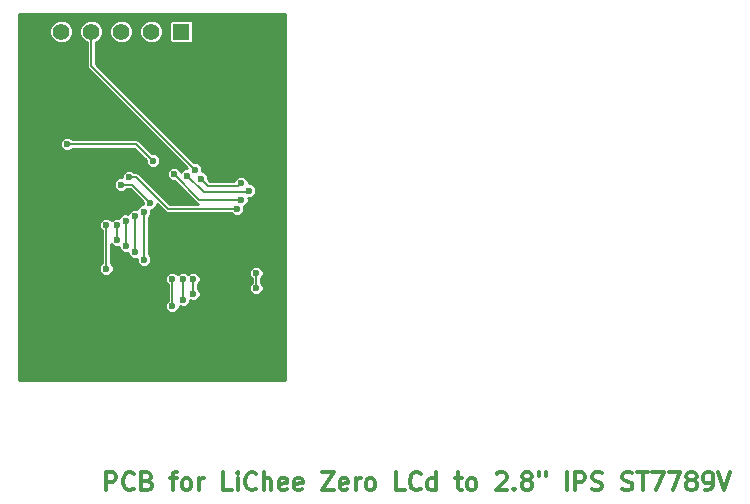
<source format=gbl>
G04 (created by PCBNEW (22-Jun-2014 BZR 4027)-stable) date Thu 28 Jun 2018 06:00:14 PM CST*
%MOIN*%
G04 Gerber Fmt 3.4, Leading zero omitted, Abs format*
%FSLAX34Y34*%
G01*
G70*
G90*
G04 APERTURE LIST*
%ADD10C,0.00590551*%
%ADD11C,0.011811*%
%ADD12R,0.055X0.055*%
%ADD13C,0.055*%
%ADD14C,0.023622*%
%ADD15C,0.00708661*%
%ADD16C,0.01*%
G04 APERTURE END LIST*
G54D10*
G54D11*
X121787Y-109489D02*
X121787Y-108898D01*
X122012Y-108898D01*
X122068Y-108926D01*
X122096Y-108954D01*
X122124Y-109010D01*
X122124Y-109095D01*
X122096Y-109151D01*
X122068Y-109179D01*
X122012Y-109207D01*
X121787Y-109207D01*
X122715Y-109432D02*
X122687Y-109460D01*
X122602Y-109489D01*
X122546Y-109489D01*
X122462Y-109460D01*
X122405Y-109404D01*
X122377Y-109348D01*
X122349Y-109235D01*
X122349Y-109151D01*
X122377Y-109039D01*
X122405Y-108982D01*
X122462Y-108926D01*
X122546Y-108898D01*
X122602Y-108898D01*
X122687Y-108926D01*
X122715Y-108954D01*
X123165Y-109179D02*
X123249Y-109207D01*
X123277Y-109235D01*
X123305Y-109292D01*
X123305Y-109376D01*
X123277Y-109432D01*
X123249Y-109460D01*
X123193Y-109489D01*
X122968Y-109489D01*
X122968Y-108898D01*
X123165Y-108898D01*
X123221Y-108926D01*
X123249Y-108954D01*
X123277Y-109010D01*
X123277Y-109067D01*
X123249Y-109123D01*
X123221Y-109151D01*
X123165Y-109179D01*
X122968Y-109179D01*
X123924Y-109095D02*
X124149Y-109095D01*
X124008Y-109489D02*
X124008Y-108982D01*
X124036Y-108926D01*
X124093Y-108898D01*
X124149Y-108898D01*
X124430Y-109489D02*
X124374Y-109460D01*
X124346Y-109432D01*
X124318Y-109376D01*
X124318Y-109207D01*
X124346Y-109151D01*
X124374Y-109123D01*
X124430Y-109095D01*
X124515Y-109095D01*
X124571Y-109123D01*
X124599Y-109151D01*
X124627Y-109207D01*
X124627Y-109376D01*
X124599Y-109432D01*
X124571Y-109460D01*
X124515Y-109489D01*
X124430Y-109489D01*
X124880Y-109489D02*
X124880Y-109095D01*
X124880Y-109207D02*
X124908Y-109151D01*
X124936Y-109123D01*
X124993Y-109095D01*
X125049Y-109095D01*
X125977Y-109489D02*
X125696Y-109489D01*
X125696Y-108898D01*
X126174Y-109489D02*
X126174Y-109095D01*
X126174Y-108898D02*
X126146Y-108926D01*
X126174Y-108954D01*
X126202Y-108926D01*
X126174Y-108898D01*
X126174Y-108954D01*
X126792Y-109432D02*
X126764Y-109460D01*
X126680Y-109489D01*
X126624Y-109489D01*
X126539Y-109460D01*
X126483Y-109404D01*
X126455Y-109348D01*
X126427Y-109235D01*
X126427Y-109151D01*
X126455Y-109039D01*
X126483Y-108982D01*
X126539Y-108926D01*
X126624Y-108898D01*
X126680Y-108898D01*
X126764Y-108926D01*
X126792Y-108954D01*
X127045Y-109489D02*
X127045Y-108898D01*
X127299Y-109489D02*
X127299Y-109179D01*
X127270Y-109123D01*
X127214Y-109095D01*
X127130Y-109095D01*
X127074Y-109123D01*
X127045Y-109151D01*
X127805Y-109460D02*
X127748Y-109489D01*
X127636Y-109489D01*
X127580Y-109460D01*
X127552Y-109404D01*
X127552Y-109179D01*
X127580Y-109123D01*
X127636Y-109095D01*
X127748Y-109095D01*
X127805Y-109123D01*
X127833Y-109179D01*
X127833Y-109235D01*
X127552Y-109292D01*
X128311Y-109460D02*
X128255Y-109489D01*
X128142Y-109489D01*
X128086Y-109460D01*
X128058Y-109404D01*
X128058Y-109179D01*
X128086Y-109123D01*
X128142Y-109095D01*
X128255Y-109095D01*
X128311Y-109123D01*
X128339Y-109179D01*
X128339Y-109235D01*
X128058Y-109292D01*
X128986Y-108898D02*
X129380Y-108898D01*
X128986Y-109489D01*
X129380Y-109489D01*
X129829Y-109460D02*
X129773Y-109489D01*
X129661Y-109489D01*
X129605Y-109460D01*
X129576Y-109404D01*
X129576Y-109179D01*
X129605Y-109123D01*
X129661Y-109095D01*
X129773Y-109095D01*
X129829Y-109123D01*
X129858Y-109179D01*
X129858Y-109235D01*
X129576Y-109292D01*
X130111Y-109489D02*
X130111Y-109095D01*
X130111Y-109207D02*
X130139Y-109151D01*
X130167Y-109123D01*
X130223Y-109095D01*
X130279Y-109095D01*
X130561Y-109489D02*
X130504Y-109460D01*
X130476Y-109432D01*
X130448Y-109376D01*
X130448Y-109207D01*
X130476Y-109151D01*
X130504Y-109123D01*
X130561Y-109095D01*
X130645Y-109095D01*
X130701Y-109123D01*
X130729Y-109151D01*
X130757Y-109207D01*
X130757Y-109376D01*
X130729Y-109432D01*
X130701Y-109460D01*
X130645Y-109489D01*
X130561Y-109489D01*
X131742Y-109489D02*
X131461Y-109489D01*
X131461Y-108898D01*
X132276Y-109432D02*
X132248Y-109460D01*
X132164Y-109489D01*
X132107Y-109489D01*
X132023Y-109460D01*
X131967Y-109404D01*
X131939Y-109348D01*
X131910Y-109235D01*
X131910Y-109151D01*
X131939Y-109039D01*
X131967Y-108982D01*
X132023Y-108926D01*
X132107Y-108898D01*
X132164Y-108898D01*
X132248Y-108926D01*
X132276Y-108954D01*
X132782Y-109489D02*
X132782Y-108898D01*
X132782Y-109460D02*
X132726Y-109489D01*
X132614Y-109489D01*
X132557Y-109460D01*
X132529Y-109432D01*
X132501Y-109376D01*
X132501Y-109207D01*
X132529Y-109151D01*
X132557Y-109123D01*
X132614Y-109095D01*
X132726Y-109095D01*
X132782Y-109123D01*
X133429Y-109095D02*
X133654Y-109095D01*
X133513Y-108898D02*
X133513Y-109404D01*
X133542Y-109460D01*
X133598Y-109489D01*
X133654Y-109489D01*
X133935Y-109489D02*
X133879Y-109460D01*
X133851Y-109432D01*
X133823Y-109376D01*
X133823Y-109207D01*
X133851Y-109151D01*
X133879Y-109123D01*
X133935Y-109095D01*
X134020Y-109095D01*
X134076Y-109123D01*
X134104Y-109151D01*
X134132Y-109207D01*
X134132Y-109376D01*
X134104Y-109432D01*
X134076Y-109460D01*
X134020Y-109489D01*
X133935Y-109489D01*
X134807Y-108954D02*
X134835Y-108926D01*
X134891Y-108898D01*
X135032Y-108898D01*
X135088Y-108926D01*
X135116Y-108954D01*
X135144Y-109010D01*
X135144Y-109067D01*
X135116Y-109151D01*
X134779Y-109489D01*
X135144Y-109489D01*
X135398Y-109432D02*
X135426Y-109460D01*
X135398Y-109489D01*
X135369Y-109460D01*
X135398Y-109432D01*
X135398Y-109489D01*
X135763Y-109151D02*
X135707Y-109123D01*
X135679Y-109095D01*
X135651Y-109039D01*
X135651Y-109010D01*
X135679Y-108954D01*
X135707Y-108926D01*
X135763Y-108898D01*
X135876Y-108898D01*
X135932Y-108926D01*
X135960Y-108954D01*
X135988Y-109010D01*
X135988Y-109039D01*
X135960Y-109095D01*
X135932Y-109123D01*
X135876Y-109151D01*
X135763Y-109151D01*
X135707Y-109179D01*
X135679Y-109207D01*
X135651Y-109264D01*
X135651Y-109376D01*
X135679Y-109432D01*
X135707Y-109460D01*
X135763Y-109489D01*
X135876Y-109489D01*
X135932Y-109460D01*
X135960Y-109432D01*
X135988Y-109376D01*
X135988Y-109264D01*
X135960Y-109207D01*
X135932Y-109179D01*
X135876Y-109151D01*
X136213Y-108898D02*
X136213Y-109010D01*
X136438Y-108898D02*
X136438Y-109010D01*
X137141Y-109489D02*
X137141Y-108898D01*
X137422Y-109489D02*
X137422Y-108898D01*
X137647Y-108898D01*
X137703Y-108926D01*
X137732Y-108954D01*
X137760Y-109010D01*
X137760Y-109095D01*
X137732Y-109151D01*
X137703Y-109179D01*
X137647Y-109207D01*
X137422Y-109207D01*
X137985Y-109460D02*
X138069Y-109489D01*
X138210Y-109489D01*
X138266Y-109460D01*
X138294Y-109432D01*
X138322Y-109376D01*
X138322Y-109320D01*
X138294Y-109264D01*
X138266Y-109235D01*
X138210Y-109207D01*
X138097Y-109179D01*
X138041Y-109151D01*
X138013Y-109123D01*
X137985Y-109067D01*
X137985Y-109010D01*
X138013Y-108954D01*
X138041Y-108926D01*
X138097Y-108898D01*
X138238Y-108898D01*
X138322Y-108926D01*
X138997Y-109460D02*
X139081Y-109489D01*
X139222Y-109489D01*
X139278Y-109460D01*
X139306Y-109432D01*
X139335Y-109376D01*
X139335Y-109320D01*
X139306Y-109264D01*
X139278Y-109235D01*
X139222Y-109207D01*
X139110Y-109179D01*
X139053Y-109151D01*
X139025Y-109123D01*
X138997Y-109067D01*
X138997Y-109010D01*
X139025Y-108954D01*
X139053Y-108926D01*
X139110Y-108898D01*
X139250Y-108898D01*
X139335Y-108926D01*
X139503Y-108898D02*
X139841Y-108898D01*
X139672Y-109489D02*
X139672Y-108898D01*
X139981Y-108898D02*
X140375Y-108898D01*
X140122Y-109489D01*
X140544Y-108898D02*
X140937Y-108898D01*
X140684Y-109489D01*
X141247Y-109151D02*
X141191Y-109123D01*
X141162Y-109095D01*
X141134Y-109039D01*
X141134Y-109010D01*
X141162Y-108954D01*
X141191Y-108926D01*
X141247Y-108898D01*
X141359Y-108898D01*
X141416Y-108926D01*
X141444Y-108954D01*
X141472Y-109010D01*
X141472Y-109039D01*
X141444Y-109095D01*
X141416Y-109123D01*
X141359Y-109151D01*
X141247Y-109151D01*
X141191Y-109179D01*
X141162Y-109207D01*
X141134Y-109264D01*
X141134Y-109376D01*
X141162Y-109432D01*
X141191Y-109460D01*
X141247Y-109489D01*
X141359Y-109489D01*
X141416Y-109460D01*
X141444Y-109432D01*
X141472Y-109376D01*
X141472Y-109264D01*
X141444Y-109207D01*
X141416Y-109179D01*
X141359Y-109151D01*
X141753Y-109489D02*
X141865Y-109489D01*
X141922Y-109460D01*
X141950Y-109432D01*
X142006Y-109348D01*
X142034Y-109235D01*
X142034Y-109010D01*
X142006Y-108954D01*
X141978Y-108926D01*
X141922Y-108898D01*
X141809Y-108898D01*
X141753Y-108926D01*
X141725Y-108954D01*
X141697Y-109010D01*
X141697Y-109151D01*
X141725Y-109207D01*
X141753Y-109235D01*
X141809Y-109264D01*
X141922Y-109264D01*
X141978Y-109235D01*
X142006Y-109207D01*
X142034Y-109151D01*
X142203Y-108898D02*
X142400Y-109489D01*
X142597Y-108898D01*
G54D12*
X124300Y-94200D03*
G54D13*
X123300Y-94200D03*
X122300Y-94200D03*
X121300Y-94200D03*
X120300Y-94200D03*
G54D14*
X126300Y-99250D03*
X124950Y-99100D03*
X121800Y-102100D03*
X121800Y-100650D03*
X124000Y-103350D03*
X124000Y-102450D03*
X124350Y-103150D03*
X124350Y-102450D03*
X124700Y-102950D03*
X124700Y-102450D03*
X126550Y-99500D03*
X124500Y-99000D03*
X126300Y-99800D03*
X124050Y-98950D03*
X122300Y-99300D03*
X123250Y-99900D03*
X126150Y-100100D03*
X122550Y-99050D03*
X123050Y-100200D03*
X123050Y-101800D03*
X122750Y-100350D03*
X122750Y-101550D03*
X122450Y-100500D03*
X122450Y-101350D03*
X122150Y-101150D03*
X122150Y-100650D03*
X120500Y-97950D03*
X123350Y-98500D03*
X127150Y-101300D03*
X126550Y-101300D03*
X127150Y-98950D03*
X126500Y-98950D03*
X127150Y-102800D03*
X127150Y-102200D03*
X124750Y-98800D03*
X126800Y-102750D03*
X126800Y-102250D03*
G54D15*
X126200Y-99350D02*
X126300Y-99250D01*
X125200Y-99350D02*
X126200Y-99350D01*
X124950Y-99100D02*
X125200Y-99350D01*
X121800Y-100650D02*
X121800Y-102100D01*
X124000Y-102450D02*
X124000Y-103350D01*
X124350Y-102450D02*
X124350Y-103150D01*
X124700Y-102450D02*
X124700Y-102950D01*
X126500Y-99550D02*
X126550Y-99500D01*
X125050Y-99550D02*
X126500Y-99550D01*
X124500Y-99000D02*
X125050Y-99550D01*
X124900Y-99800D02*
X126300Y-99800D01*
X124050Y-98950D02*
X124900Y-99800D01*
X122650Y-99300D02*
X122300Y-99300D01*
X123250Y-99900D02*
X122650Y-99300D01*
X123850Y-100100D02*
X126150Y-100100D01*
X122800Y-99050D02*
X123850Y-100100D01*
X122700Y-99050D02*
X122800Y-99050D01*
X122550Y-99050D02*
X122700Y-99050D01*
X123050Y-100200D02*
X123050Y-101800D01*
X122750Y-100350D02*
X122750Y-101550D01*
X122450Y-100500D02*
X122450Y-101350D01*
X122150Y-100650D02*
X122150Y-101150D01*
X122800Y-97950D02*
X120500Y-97950D01*
X123350Y-98500D02*
X122800Y-97950D01*
X126550Y-101300D02*
X127150Y-101300D01*
X126500Y-98950D02*
X127150Y-98950D01*
X127150Y-102200D02*
X127150Y-102800D01*
X121300Y-95350D02*
X121300Y-94200D01*
X124750Y-98800D02*
X121300Y-95350D01*
X126800Y-102250D02*
X126800Y-102750D01*
G54D10*
G36*
X127750Y-105800D02*
X127039Y-105800D01*
X127039Y-102702D01*
X127002Y-102614D01*
X126956Y-102568D01*
X126956Y-102431D01*
X127002Y-102385D01*
X127038Y-102297D01*
X127039Y-102202D01*
X127002Y-102114D01*
X126935Y-102047D01*
X126847Y-102011D01*
X126789Y-102011D01*
X126789Y-99452D01*
X126752Y-99364D01*
X126685Y-99297D01*
X126597Y-99261D01*
X126538Y-99261D01*
X126539Y-99202D01*
X126502Y-99114D01*
X126435Y-99047D01*
X126347Y-99011D01*
X126252Y-99010D01*
X126164Y-99047D01*
X126097Y-99114D01*
X126064Y-99193D01*
X125264Y-99193D01*
X125188Y-99117D01*
X125189Y-99052D01*
X125152Y-98964D01*
X125085Y-98897D01*
X124997Y-98861D01*
X124983Y-98861D01*
X124988Y-98847D01*
X124989Y-98752D01*
X124952Y-98664D01*
X124885Y-98597D01*
X124797Y-98561D01*
X124732Y-98561D01*
X124695Y-98524D01*
X124695Y-94451D01*
X124695Y-93901D01*
X124677Y-93856D01*
X124643Y-93822D01*
X124599Y-93804D01*
X124551Y-93804D01*
X124001Y-93804D01*
X123956Y-93822D01*
X123922Y-93856D01*
X123904Y-93900D01*
X123904Y-93948D01*
X123904Y-94498D01*
X123922Y-94543D01*
X123956Y-94577D01*
X124000Y-94595D01*
X124048Y-94595D01*
X124598Y-94595D01*
X124643Y-94577D01*
X124677Y-94543D01*
X124695Y-94499D01*
X124695Y-94451D01*
X124695Y-98524D01*
X123695Y-97524D01*
X123695Y-94121D01*
X123635Y-93976D01*
X123524Y-93864D01*
X123379Y-93804D01*
X123221Y-93804D01*
X123076Y-93864D01*
X122964Y-93975D01*
X122904Y-94120D01*
X122904Y-94278D01*
X122964Y-94423D01*
X123075Y-94535D01*
X123220Y-94595D01*
X123378Y-94595D01*
X123523Y-94535D01*
X123635Y-94424D01*
X123695Y-94279D01*
X123695Y-94121D01*
X123695Y-97524D01*
X122695Y-96524D01*
X122695Y-94121D01*
X122635Y-93976D01*
X122524Y-93864D01*
X122379Y-93804D01*
X122221Y-93804D01*
X122076Y-93864D01*
X121964Y-93975D01*
X121904Y-94120D01*
X121904Y-94278D01*
X121964Y-94423D01*
X122075Y-94535D01*
X122220Y-94595D01*
X122378Y-94595D01*
X122523Y-94535D01*
X122635Y-94424D01*
X122695Y-94279D01*
X122695Y-94121D01*
X122695Y-96524D01*
X121456Y-95285D01*
X121456Y-94563D01*
X121523Y-94535D01*
X121635Y-94424D01*
X121695Y-94279D01*
X121695Y-94121D01*
X121635Y-93976D01*
X121524Y-93864D01*
X121379Y-93804D01*
X121221Y-93804D01*
X121076Y-93864D01*
X120964Y-93975D01*
X120904Y-94120D01*
X120904Y-94278D01*
X120964Y-94423D01*
X121075Y-94535D01*
X121143Y-94563D01*
X121143Y-95350D01*
X121155Y-95409D01*
X121189Y-95460D01*
X124489Y-98761D01*
X124452Y-98760D01*
X124364Y-98797D01*
X124297Y-98864D01*
X124285Y-98893D01*
X124252Y-98814D01*
X124185Y-98747D01*
X124097Y-98711D01*
X124002Y-98710D01*
X123914Y-98747D01*
X123847Y-98814D01*
X123811Y-98902D01*
X123810Y-98997D01*
X123847Y-99085D01*
X123914Y-99152D01*
X124002Y-99188D01*
X124067Y-99188D01*
X124789Y-99910D01*
X124839Y-99943D01*
X123914Y-99943D01*
X123589Y-99617D01*
X123589Y-98452D01*
X123552Y-98364D01*
X123485Y-98297D01*
X123397Y-98261D01*
X123332Y-98261D01*
X122910Y-97839D01*
X122859Y-97805D01*
X122800Y-97793D01*
X120695Y-97793D01*
X120695Y-94121D01*
X120635Y-93976D01*
X120524Y-93864D01*
X120379Y-93804D01*
X120221Y-93804D01*
X120076Y-93864D01*
X119964Y-93975D01*
X119904Y-94120D01*
X119904Y-94278D01*
X119964Y-94423D01*
X120075Y-94535D01*
X120220Y-94595D01*
X120378Y-94595D01*
X120523Y-94535D01*
X120635Y-94424D01*
X120695Y-94279D01*
X120695Y-94121D01*
X120695Y-97793D01*
X120681Y-97793D01*
X120635Y-97747D01*
X120547Y-97711D01*
X120452Y-97710D01*
X120364Y-97747D01*
X120297Y-97814D01*
X120261Y-97902D01*
X120260Y-97997D01*
X120297Y-98085D01*
X120364Y-98152D01*
X120452Y-98188D01*
X120547Y-98189D01*
X120635Y-98152D01*
X120681Y-98106D01*
X122735Y-98106D01*
X123111Y-98482D01*
X123110Y-98547D01*
X123147Y-98635D01*
X123214Y-98702D01*
X123302Y-98738D01*
X123397Y-98739D01*
X123485Y-98702D01*
X123552Y-98635D01*
X123588Y-98547D01*
X123589Y-98452D01*
X123589Y-99617D01*
X122910Y-98939D01*
X122859Y-98905D01*
X122800Y-98893D01*
X122731Y-98893D01*
X122685Y-98847D01*
X122597Y-98811D01*
X122502Y-98810D01*
X122414Y-98847D01*
X122347Y-98914D01*
X122311Y-99002D01*
X122311Y-99061D01*
X122252Y-99060D01*
X122164Y-99097D01*
X122097Y-99164D01*
X122061Y-99252D01*
X122060Y-99347D01*
X122097Y-99435D01*
X122164Y-99502D01*
X122252Y-99538D01*
X122347Y-99539D01*
X122435Y-99502D01*
X122481Y-99456D01*
X122585Y-99456D01*
X123011Y-99882D01*
X123010Y-99947D01*
X123016Y-99960D01*
X123002Y-99960D01*
X122914Y-99997D01*
X122847Y-100064D01*
X122823Y-100121D01*
X122797Y-100111D01*
X122702Y-100110D01*
X122614Y-100147D01*
X122547Y-100214D01*
X122523Y-100271D01*
X122497Y-100261D01*
X122402Y-100260D01*
X122314Y-100297D01*
X122247Y-100364D01*
X122223Y-100421D01*
X122197Y-100411D01*
X122102Y-100410D01*
X122014Y-100447D01*
X121974Y-100487D01*
X121935Y-100447D01*
X121847Y-100411D01*
X121752Y-100410D01*
X121664Y-100447D01*
X121597Y-100514D01*
X121561Y-100602D01*
X121560Y-100697D01*
X121597Y-100785D01*
X121643Y-100831D01*
X121643Y-101918D01*
X121597Y-101964D01*
X121561Y-102052D01*
X121560Y-102147D01*
X121597Y-102235D01*
X121664Y-102302D01*
X121752Y-102338D01*
X121847Y-102339D01*
X121935Y-102302D01*
X122002Y-102235D01*
X122038Y-102147D01*
X122039Y-102052D01*
X122002Y-101964D01*
X121956Y-101918D01*
X121956Y-101294D01*
X122014Y-101352D01*
X122102Y-101388D01*
X122197Y-101389D01*
X122210Y-101383D01*
X122210Y-101397D01*
X122247Y-101485D01*
X122314Y-101552D01*
X122402Y-101588D01*
X122497Y-101589D01*
X122510Y-101583D01*
X122510Y-101597D01*
X122547Y-101685D01*
X122614Y-101752D01*
X122702Y-101788D01*
X122797Y-101789D01*
X122811Y-101783D01*
X122810Y-101847D01*
X122847Y-101935D01*
X122914Y-102002D01*
X123002Y-102038D01*
X123097Y-102039D01*
X123185Y-102002D01*
X123252Y-101935D01*
X123288Y-101847D01*
X123289Y-101752D01*
X123252Y-101664D01*
X123206Y-101618D01*
X123206Y-100381D01*
X123252Y-100335D01*
X123288Y-100247D01*
X123289Y-100152D01*
X123283Y-100139D01*
X123297Y-100139D01*
X123385Y-100102D01*
X123452Y-100035D01*
X123485Y-99956D01*
X123739Y-100210D01*
X123739Y-100210D01*
X123773Y-100233D01*
X123790Y-100244D01*
X123790Y-100244D01*
X123850Y-100256D01*
X125968Y-100256D01*
X126014Y-100302D01*
X126102Y-100338D01*
X126197Y-100339D01*
X126285Y-100302D01*
X126352Y-100235D01*
X126388Y-100147D01*
X126389Y-100052D01*
X126378Y-100026D01*
X126435Y-100002D01*
X126502Y-99935D01*
X126538Y-99847D01*
X126539Y-99752D01*
X126533Y-99738D01*
X126597Y-99739D01*
X126685Y-99702D01*
X126752Y-99635D01*
X126788Y-99547D01*
X126789Y-99452D01*
X126789Y-102011D01*
X126752Y-102010D01*
X126664Y-102047D01*
X126597Y-102114D01*
X126561Y-102202D01*
X126560Y-102297D01*
X126597Y-102385D01*
X126643Y-102431D01*
X126643Y-102568D01*
X126597Y-102614D01*
X126561Y-102702D01*
X126560Y-102797D01*
X126597Y-102885D01*
X126664Y-102952D01*
X126752Y-102988D01*
X126847Y-102989D01*
X126935Y-102952D01*
X127002Y-102885D01*
X127038Y-102797D01*
X127039Y-102702D01*
X127039Y-105800D01*
X124939Y-105800D01*
X124939Y-102902D01*
X124902Y-102814D01*
X124856Y-102768D01*
X124856Y-102631D01*
X124902Y-102585D01*
X124938Y-102497D01*
X124939Y-102402D01*
X124902Y-102314D01*
X124835Y-102247D01*
X124747Y-102211D01*
X124652Y-102210D01*
X124564Y-102247D01*
X124524Y-102287D01*
X124485Y-102247D01*
X124397Y-102211D01*
X124302Y-102210D01*
X124214Y-102247D01*
X124174Y-102287D01*
X124135Y-102247D01*
X124047Y-102211D01*
X123952Y-102210D01*
X123864Y-102247D01*
X123797Y-102314D01*
X123761Y-102402D01*
X123760Y-102497D01*
X123797Y-102585D01*
X123843Y-102631D01*
X123843Y-103168D01*
X123797Y-103214D01*
X123761Y-103302D01*
X123760Y-103397D01*
X123797Y-103485D01*
X123864Y-103552D01*
X123952Y-103588D01*
X124047Y-103589D01*
X124135Y-103552D01*
X124202Y-103485D01*
X124238Y-103397D01*
X124238Y-103362D01*
X124302Y-103388D01*
X124397Y-103389D01*
X124485Y-103352D01*
X124552Y-103285D01*
X124588Y-103197D01*
X124588Y-103162D01*
X124652Y-103188D01*
X124747Y-103189D01*
X124835Y-103152D01*
X124902Y-103085D01*
X124938Y-102997D01*
X124939Y-102902D01*
X124939Y-105800D01*
X118900Y-105800D01*
X118900Y-93600D01*
X127750Y-93600D01*
X127750Y-105800D01*
X127750Y-105800D01*
G37*
G54D16*
X127750Y-105800D02*
X127039Y-105800D01*
X127039Y-102702D01*
X127002Y-102614D01*
X126956Y-102568D01*
X126956Y-102431D01*
X127002Y-102385D01*
X127038Y-102297D01*
X127039Y-102202D01*
X127002Y-102114D01*
X126935Y-102047D01*
X126847Y-102011D01*
X126789Y-102011D01*
X126789Y-99452D01*
X126752Y-99364D01*
X126685Y-99297D01*
X126597Y-99261D01*
X126538Y-99261D01*
X126539Y-99202D01*
X126502Y-99114D01*
X126435Y-99047D01*
X126347Y-99011D01*
X126252Y-99010D01*
X126164Y-99047D01*
X126097Y-99114D01*
X126064Y-99193D01*
X125264Y-99193D01*
X125188Y-99117D01*
X125189Y-99052D01*
X125152Y-98964D01*
X125085Y-98897D01*
X124997Y-98861D01*
X124983Y-98861D01*
X124988Y-98847D01*
X124989Y-98752D01*
X124952Y-98664D01*
X124885Y-98597D01*
X124797Y-98561D01*
X124732Y-98561D01*
X124695Y-98524D01*
X124695Y-94451D01*
X124695Y-93901D01*
X124677Y-93856D01*
X124643Y-93822D01*
X124599Y-93804D01*
X124551Y-93804D01*
X124001Y-93804D01*
X123956Y-93822D01*
X123922Y-93856D01*
X123904Y-93900D01*
X123904Y-93948D01*
X123904Y-94498D01*
X123922Y-94543D01*
X123956Y-94577D01*
X124000Y-94595D01*
X124048Y-94595D01*
X124598Y-94595D01*
X124643Y-94577D01*
X124677Y-94543D01*
X124695Y-94499D01*
X124695Y-94451D01*
X124695Y-98524D01*
X123695Y-97524D01*
X123695Y-94121D01*
X123635Y-93976D01*
X123524Y-93864D01*
X123379Y-93804D01*
X123221Y-93804D01*
X123076Y-93864D01*
X122964Y-93975D01*
X122904Y-94120D01*
X122904Y-94278D01*
X122964Y-94423D01*
X123075Y-94535D01*
X123220Y-94595D01*
X123378Y-94595D01*
X123523Y-94535D01*
X123635Y-94424D01*
X123695Y-94279D01*
X123695Y-94121D01*
X123695Y-97524D01*
X122695Y-96524D01*
X122695Y-94121D01*
X122635Y-93976D01*
X122524Y-93864D01*
X122379Y-93804D01*
X122221Y-93804D01*
X122076Y-93864D01*
X121964Y-93975D01*
X121904Y-94120D01*
X121904Y-94278D01*
X121964Y-94423D01*
X122075Y-94535D01*
X122220Y-94595D01*
X122378Y-94595D01*
X122523Y-94535D01*
X122635Y-94424D01*
X122695Y-94279D01*
X122695Y-94121D01*
X122695Y-96524D01*
X121456Y-95285D01*
X121456Y-94563D01*
X121523Y-94535D01*
X121635Y-94424D01*
X121695Y-94279D01*
X121695Y-94121D01*
X121635Y-93976D01*
X121524Y-93864D01*
X121379Y-93804D01*
X121221Y-93804D01*
X121076Y-93864D01*
X120964Y-93975D01*
X120904Y-94120D01*
X120904Y-94278D01*
X120964Y-94423D01*
X121075Y-94535D01*
X121143Y-94563D01*
X121143Y-95350D01*
X121155Y-95409D01*
X121189Y-95460D01*
X124489Y-98761D01*
X124452Y-98760D01*
X124364Y-98797D01*
X124297Y-98864D01*
X124285Y-98893D01*
X124252Y-98814D01*
X124185Y-98747D01*
X124097Y-98711D01*
X124002Y-98710D01*
X123914Y-98747D01*
X123847Y-98814D01*
X123811Y-98902D01*
X123810Y-98997D01*
X123847Y-99085D01*
X123914Y-99152D01*
X124002Y-99188D01*
X124067Y-99188D01*
X124789Y-99910D01*
X124839Y-99943D01*
X123914Y-99943D01*
X123589Y-99617D01*
X123589Y-98452D01*
X123552Y-98364D01*
X123485Y-98297D01*
X123397Y-98261D01*
X123332Y-98261D01*
X122910Y-97839D01*
X122859Y-97805D01*
X122800Y-97793D01*
X120695Y-97793D01*
X120695Y-94121D01*
X120635Y-93976D01*
X120524Y-93864D01*
X120379Y-93804D01*
X120221Y-93804D01*
X120076Y-93864D01*
X119964Y-93975D01*
X119904Y-94120D01*
X119904Y-94278D01*
X119964Y-94423D01*
X120075Y-94535D01*
X120220Y-94595D01*
X120378Y-94595D01*
X120523Y-94535D01*
X120635Y-94424D01*
X120695Y-94279D01*
X120695Y-94121D01*
X120695Y-97793D01*
X120681Y-97793D01*
X120635Y-97747D01*
X120547Y-97711D01*
X120452Y-97710D01*
X120364Y-97747D01*
X120297Y-97814D01*
X120261Y-97902D01*
X120260Y-97997D01*
X120297Y-98085D01*
X120364Y-98152D01*
X120452Y-98188D01*
X120547Y-98189D01*
X120635Y-98152D01*
X120681Y-98106D01*
X122735Y-98106D01*
X123111Y-98482D01*
X123110Y-98547D01*
X123147Y-98635D01*
X123214Y-98702D01*
X123302Y-98738D01*
X123397Y-98739D01*
X123485Y-98702D01*
X123552Y-98635D01*
X123588Y-98547D01*
X123589Y-98452D01*
X123589Y-99617D01*
X122910Y-98939D01*
X122859Y-98905D01*
X122800Y-98893D01*
X122731Y-98893D01*
X122685Y-98847D01*
X122597Y-98811D01*
X122502Y-98810D01*
X122414Y-98847D01*
X122347Y-98914D01*
X122311Y-99002D01*
X122311Y-99061D01*
X122252Y-99060D01*
X122164Y-99097D01*
X122097Y-99164D01*
X122061Y-99252D01*
X122060Y-99347D01*
X122097Y-99435D01*
X122164Y-99502D01*
X122252Y-99538D01*
X122347Y-99539D01*
X122435Y-99502D01*
X122481Y-99456D01*
X122585Y-99456D01*
X123011Y-99882D01*
X123010Y-99947D01*
X123016Y-99960D01*
X123002Y-99960D01*
X122914Y-99997D01*
X122847Y-100064D01*
X122823Y-100121D01*
X122797Y-100111D01*
X122702Y-100110D01*
X122614Y-100147D01*
X122547Y-100214D01*
X122523Y-100271D01*
X122497Y-100261D01*
X122402Y-100260D01*
X122314Y-100297D01*
X122247Y-100364D01*
X122223Y-100421D01*
X122197Y-100411D01*
X122102Y-100410D01*
X122014Y-100447D01*
X121974Y-100487D01*
X121935Y-100447D01*
X121847Y-100411D01*
X121752Y-100410D01*
X121664Y-100447D01*
X121597Y-100514D01*
X121561Y-100602D01*
X121560Y-100697D01*
X121597Y-100785D01*
X121643Y-100831D01*
X121643Y-101918D01*
X121597Y-101964D01*
X121561Y-102052D01*
X121560Y-102147D01*
X121597Y-102235D01*
X121664Y-102302D01*
X121752Y-102338D01*
X121847Y-102339D01*
X121935Y-102302D01*
X122002Y-102235D01*
X122038Y-102147D01*
X122039Y-102052D01*
X122002Y-101964D01*
X121956Y-101918D01*
X121956Y-101294D01*
X122014Y-101352D01*
X122102Y-101388D01*
X122197Y-101389D01*
X122210Y-101383D01*
X122210Y-101397D01*
X122247Y-101485D01*
X122314Y-101552D01*
X122402Y-101588D01*
X122497Y-101589D01*
X122510Y-101583D01*
X122510Y-101597D01*
X122547Y-101685D01*
X122614Y-101752D01*
X122702Y-101788D01*
X122797Y-101789D01*
X122811Y-101783D01*
X122810Y-101847D01*
X122847Y-101935D01*
X122914Y-102002D01*
X123002Y-102038D01*
X123097Y-102039D01*
X123185Y-102002D01*
X123252Y-101935D01*
X123288Y-101847D01*
X123289Y-101752D01*
X123252Y-101664D01*
X123206Y-101618D01*
X123206Y-100381D01*
X123252Y-100335D01*
X123288Y-100247D01*
X123289Y-100152D01*
X123283Y-100139D01*
X123297Y-100139D01*
X123385Y-100102D01*
X123452Y-100035D01*
X123485Y-99956D01*
X123739Y-100210D01*
X123739Y-100210D01*
X123773Y-100233D01*
X123790Y-100244D01*
X123790Y-100244D01*
X123850Y-100256D01*
X125968Y-100256D01*
X126014Y-100302D01*
X126102Y-100338D01*
X126197Y-100339D01*
X126285Y-100302D01*
X126352Y-100235D01*
X126388Y-100147D01*
X126389Y-100052D01*
X126378Y-100026D01*
X126435Y-100002D01*
X126502Y-99935D01*
X126538Y-99847D01*
X126539Y-99752D01*
X126533Y-99738D01*
X126597Y-99739D01*
X126685Y-99702D01*
X126752Y-99635D01*
X126788Y-99547D01*
X126789Y-99452D01*
X126789Y-102011D01*
X126752Y-102010D01*
X126664Y-102047D01*
X126597Y-102114D01*
X126561Y-102202D01*
X126560Y-102297D01*
X126597Y-102385D01*
X126643Y-102431D01*
X126643Y-102568D01*
X126597Y-102614D01*
X126561Y-102702D01*
X126560Y-102797D01*
X126597Y-102885D01*
X126664Y-102952D01*
X126752Y-102988D01*
X126847Y-102989D01*
X126935Y-102952D01*
X127002Y-102885D01*
X127038Y-102797D01*
X127039Y-102702D01*
X127039Y-105800D01*
X124939Y-105800D01*
X124939Y-102902D01*
X124902Y-102814D01*
X124856Y-102768D01*
X124856Y-102631D01*
X124902Y-102585D01*
X124938Y-102497D01*
X124939Y-102402D01*
X124902Y-102314D01*
X124835Y-102247D01*
X124747Y-102211D01*
X124652Y-102210D01*
X124564Y-102247D01*
X124524Y-102287D01*
X124485Y-102247D01*
X124397Y-102211D01*
X124302Y-102210D01*
X124214Y-102247D01*
X124174Y-102287D01*
X124135Y-102247D01*
X124047Y-102211D01*
X123952Y-102210D01*
X123864Y-102247D01*
X123797Y-102314D01*
X123761Y-102402D01*
X123760Y-102497D01*
X123797Y-102585D01*
X123843Y-102631D01*
X123843Y-103168D01*
X123797Y-103214D01*
X123761Y-103302D01*
X123760Y-103397D01*
X123797Y-103485D01*
X123864Y-103552D01*
X123952Y-103588D01*
X124047Y-103589D01*
X124135Y-103552D01*
X124202Y-103485D01*
X124238Y-103397D01*
X124238Y-103362D01*
X124302Y-103388D01*
X124397Y-103389D01*
X124485Y-103352D01*
X124552Y-103285D01*
X124588Y-103197D01*
X124588Y-103162D01*
X124652Y-103188D01*
X124747Y-103189D01*
X124835Y-103152D01*
X124902Y-103085D01*
X124938Y-102997D01*
X124939Y-102902D01*
X124939Y-105800D01*
X118900Y-105800D01*
X118900Y-93600D01*
X127750Y-93600D01*
X127750Y-105800D01*
M02*

</source>
